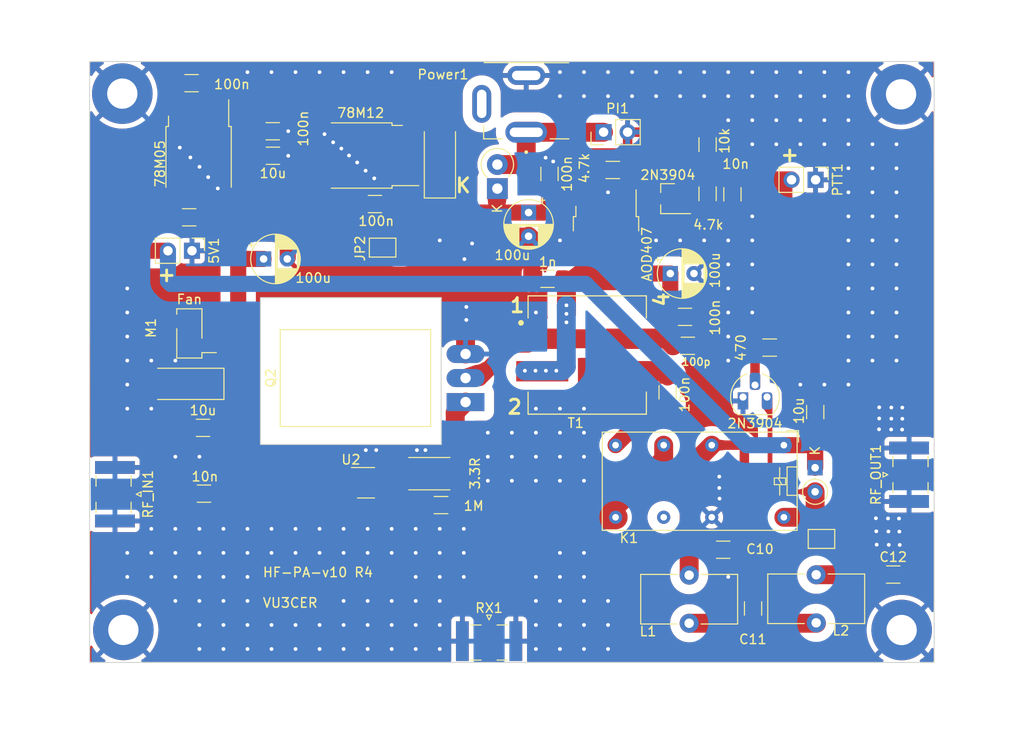
<source format=kicad_pcb>
(kicad_pcb (version 20221018) (generator pcbnew)
  (layers (0 "F.Cu" signal) (31 "B.Cu" signal) (35 "F.Paste" user) (37 "F.SilkS" user "F.Silkscreen") (38 "B.Mask" user) (39 "F.Mask" user) (44 "Edge.Cuts" user))
  (net 0 "")
  (net 1 "GND")
  (net 2 "+VDC")
  (net 3 "Net-(C7-Pad2)")
  (net 4 "PTT")
  (net 5 "/DRAIN")
  (net 6 "Net-(Q2-G)")
  (net 7 "Net-(Q3-G)")
  (net 8 "Net-(Q4-B)")
  (net 9 "+5V")
  (net 10 "12V")
  (net 12 "Net-(U2-OUT)")
  (net 13 "Net-(Q3-D)")
  (net 14 "Net-(C11-Pad1)")
  (net 15 "Net-(JP1-B)")
  (net 16 "RF_OUT")
  (net 17 "Net-(D3-A)")
  (net 18 "LPF")
  (net 19 "RX")
  (net 21 "Net-(Q1-B)")
  (net 22 "Net-(RF_IN1-In)")
  (net 23 "Net-(U2-IN+)")
  (net 24 "Net-(D1-K)")
  (footprint "Resistor_SMD:R_2512_6332Metric_Pad1.40x3.35mm_HandSolder" (layer "F.Cu") (at 173.61 106.39 180)
    (fp_text reference "R3" hide)
    (fp_text value "3.3R")
  )
  (footprint "Capacitor_SMD:C_1206_3216Metric_Pad1.33x1.80mm_HandSolder" (layer "F.Cu") (at 157.0867 72.7964)
    (fp_text reference "C2" hide)
    (fp_text value "10u")
  )
  (footprint "Capacitor_SMD:C_1206_3216Metric_Pad1.33x1.80mm_HandSolder" (layer "F.Cu") (at 198.79 97.79 90)
    (fp_text reference "C7" hide)
    (fp_text value "100n")
  )
  (footprint "Package_TO_SOT_THT:TO-220-3_Horizontal_TabDown" (layer "F.Cu") (at 177.44 98.825 90)
    (fp_text reference "Q2")
    (fp_text value "IRF510")
  )
  (footprint "Diode_SMD:D_SMA_Handsoldering" (layer "F.Cu") (at 174.73 72.75 90)
    (fp_text reference "D1" hide)
    (fp_text value "1N4007" hide)
  )
  (footprint "Capacitor_THT:CP_Radial_D5.0mm_P2.50mm" (layer "F.Cu") (at 199.0744 85.2424)
    (fp_text reference "C5" hide)
    (fp_text value "100u")
  )
  (footprint "Resistor_SMD:R_1206_3216Metric_Pad1.30x1.75mm_HandSolder" (layer "F.Cu") (at 203.015 71.6175 90)
    (fp_text reference "R2" hide)
    (fp_text value "10k")
  )
  (footprint "Connector_PinHeader_2.54mm:PinHeader_1x02_P2.54mm_Vertical" (layer "F.Cu") (at 192.025 70.3 90)
    (fp_text reference "PI1")
    (fp_text value "VDC")
  )
  (footprint "Diode_THT:D_DO-41_SOD81_P2.54mm_Vertical_KathodeUp" (layer "F.Cu") (at 180.8 76.268234 90)
    (fp_text reference "D4" hide)
    (fp_text value "2A+ Schottky (1N5822 / SR2100)" hide)
  )
  (footprint "MountingHole:MountingHole_3.2mm_M3_Pad" (layer "F.Cu") (at 141.28 122.9)
    (fp_text reference "H3" hide)
    (fp_text value "MountingHole_Pad" hide)
  )
  (footprint "Capacitor_SMD:C_1206_3216Metric_Pad1.33x1.80mm_HandSolder" (layer "F.Cu") (at 186.1 85.8 180)
    (fp_text reference "C17" hide)
    (fp_text value "1n")
  )
  (footprint "Package_TO_SOT_SMD:SOT-23-5_HandSoldering" (layer "F.Cu") (at 166.925 107.35)
    (fp_text reference "U2")
    (fp_text value "UCC27517DBVR" hide)
  )
  (footprint "Connector_Coaxial:SMA_Samtec_SMA-J-P-X-ST-EM1_EdgeMount" (layer "F.Cu") (at 224.31 106.5 90)
    (fp_text reference "RF_OUT1")
    (fp_text value "SMA" hide)
  )
  (footprint "Capacitor_SMD:C_1206_3216Metric_Pad1.33x1.80mm_HandSolder" (layer "F.Cu") (at 205.64 76.8675 -90)
    (fp_text reference "C4" hide)
    (fp_text value "10n")
  )
  (footprint "Inductor_THT:L_Toroid_Vertical_L10.0mm_W5.0mm_P5.08mm" (layer "F.Cu") (at 214.49 122.15 180)
    (fp_text reference "L2")
    (fp_text value "360n" hide)
  )
  (footprint "Capacitor_THT:CP_Radial_D5.0mm_P2.50mm" (layer "F.Cu") (at 156.1 83.7)
    (fp_text reference "C20" hide)
    (fp_text value "100u")
  )
  (footprint "Resistor_SMD:R_1206_3216Metric_Pad1.30x1.75mm_HandSolder" (layer "F.Cu") (at 174.85 109.71 180)
    (fp_text reference "R1" hide)
    (fp_text value "1M")
  )
  (footprint "Capacitor_SMD:C_1206_3216Metric_Pad1.33x1.80mm_HandSolder" (layer "F.Cu") (at 186.309 74.7145 90)
    (fp_text reference "C14" hide)
    (fp_text value "100n")
  )
  (footprint "Connector_PinHeader_2.54mm:PinHeader_1x02_P2.54mm_Vertical" (layer "F.Cu") (at 214.4258 75.3364 -90)
    (fp_text reference "PTT1")
    (fp_text value "PTT" hide)
  )
  (footprint "Diode_THT:D_DO-35_SOD27_P2.54mm_Vertical_KathodeUp" (layer "F.Cu") (at 214.376 105.762315 -90)
    (fp_text reference "D3" hide)
    (fp_text value "1N4148" hide)
  )
  (footprint "footprints:XKB_DC-005-5A-2.0_Modded" (layer "F.Cu") (at 183.85 64.3125 -90)
    (fp_text reference "Power1")
    (fp_text value "DC-005 (Barrel Jack)" hide)
  )
  (footprint "Package_TO_SOT_SMD:TO-252-2" (layer "F.Cu") (at 192.28 81.7 -90)
    (fp_text reference "Q3" hide)
    (fp_text value "AOD407")
  )
  (footprint "Capacitor_THT:CP_Radial_D5.0mm_P2.50mm" (layer "F.Cu") (at 184.1 78.8 -90)
    (fp_text reference "C15" hide)
    (fp_text value "100u")
  )
  (footprint "Capacitor_SMD:C_1206_3216Metric_Pad1.33x1.80mm_HandSolder" (layer "F.Cu") (at 148.4884 65.1256)
    (fp_text reference "C9" hide)
    (fp_text value "100n")
  )
  (footprint "Connector_Coaxial:SMA_Samtec_SMA-J-P-X-ST-EM1_EdgeMount" (layer "F.Cu") (at 179.925 124.09)
    (fp_text reference "RX1")
    (fp_text value "SMA" hide)
  )
  (footprint "Capacitor_SMD:C_1206_3216Metric_Pad1.33x1.80mm_HandSolder" (layer "F.Cu") (at 149.6945 101.5492 180)
    (fp_text reference "C16" hide)
    (fp_text value "10u")
  )
  (footprint "MountingHole:MountingHole_3.2mm_M3_Pad" (layer "F.Cu") (at 223.52 122.91)
    (fp_text reference "H4" hide)
    (fp_text value "MountingHole_Pad" hide)
  )
  (footprint "Capacitor_SMD:C_1206_3216Metric_Pad1.33x1.80mm_HandSolder" (layer "F.Cu") (at 214.39 99.88 90)
    (fp_text reference "C13" hide)
    (fp_text value "10u")
  )
  (footprint "Capacitor_SMD:C_1206_3216Metric_Pad1.33x1.80mm_HandSolder" (layer "F.Cu") (at 157.0613 70.2056)
    (fp_text reference "C1" hide)
    (fp_text value "100n")
  )
  (footprint "Package_TO_SOT_SMD:TO-252-2" (layer "F.Cu") (at 149.231 73.014887 -90)
    (fp_text reference "U1" hide)
    (fp_text value "78M05")
  )
  (footprint "Resistor_SMD:R_1206_3216Metric_Pad1.30x1.75mm_HandSolder" (layer "F.Cu") (at 203.015 76.8175 90)
    (fp_text reference "R9" hide)
    (fp_text value "4.7k")
  )
  (footprint "Capacitor_SMD:C_1206_3216Metric_Pad1.33x1.80mm_HandSolder" (layer "F.Cu") (at 167.8625 77.9 180)
    (fp_text reference "C18" hide)
    (fp_text value "100n")
  )
  (footprint "footprints:IND_SRF1260A-4R7Y-Longer-Pads" (layer "F.Cu") (at 190.295 93.85)
    (fp_text reference "T1")
    (fp_text value "Bifilar XFMR" hide)
  )
  (footprint "Package_TO_SOT_SMD:SOT-23_Handsoldering" (layer "F.Cu") (at 198.82 77.33 180)
    (fp_text reference "Q4" hide)
    (fp_text value "2N3904")
  )
  (footprint "Connector_Coaxial:SMA_Samtec_SMA-J-P-X-ST-EM1_EdgeMount" (layer "F.Cu") (at 140.39 108.56 -90)
    (fp_text reference "RF_IN1")
    (fp_text value "SMA" hide)
  )
  (footprint "Package_TO_SOT_SMD:TO-252-2" (layer "F.Cu") (at 166.3586 72.772 180)
    (fp_text reference "U3" hide)
    (fp_text value "78M12")
  )
  (footprint "Diode_SMD:D_SMA_Handsoldering" (layer "F.Cu") (at 147.4 96.9 180)
    (fp_text reference "D2" hide)
    (fp_text value "M7 (1N4007)" hide)
  )
  (footprint "Capacitor_SMD:C_1206_3216Metric_Pad1.33x1.80mm_HandSolder" (layer "F.Cu") (at 200.93 92.88)
    (fp_text reference "C3" hide)
    (fp_text value "100p")
  )
  (footprint "Connector_PinHeader_2.54mm:PinHeader_1x02_P2.54mm_Vertical" (layer "F.Cu") (at 148.532 82.833887 -90)
    (fp_text reference "5V1")
    (fp_text value "5V")
  )
  (footprint "Capacitor_SMD:C_1206_3216Metric_Pad1.33x1.80mm_HandSolder" (layer "F.Cu") (at 200.63 89.82)
    (fp_text reference "C6" hide)
    (fp_text value "100n")
  )
  (footprint "Jumper:SolderJumper-2_P1.3mm_Open_TrianglePad1.0x1.5mm" (layer "F.Cu") (at 215.048 113.284)
    (fp_text reference "JP1" hide)
    (fp_text value "Jumper_2_Open" hide)
  )
  (footprint "MountingHole:MountingHole_3.2mm_M3_Pad" (layer "F.Cu") (at 141.17 66.23)
    (fp_text reference "H1" hide)
    (fp_text value "MountingHole_Pad" hide)
  )
  (footprint "Capacitor_SMD:C_1206_3216Metric_Pad1.33x1.80mm_HandSolder" (layer "F.Cu") (at 149.8 108.5)
    (fp_text reference "C19" hide)
    (fp_text value "10n")
  )
  (footprint "Capacitor_SMD:C_1206_3216Metric_Pad1.33x1.80mm_HandSolder" (layer "F.Cu") (at 204.67 114.427)
    (fp_text reference "C10")
    (fp_text value "120p" hide)
  )
  (footprint "Relay_THT:Relay_DPDT_Omron_G5V-2" (layer "F.Cu") (at 211.074 103.378 -90)
    (fp_text reference "K1")
    (fp_text value "Omron G5V-2 / OEN 46-05-2C" hide)
  )
  (footprint "Capacitor_SMD:C_1206_3216Metric_Pad1.33x1.80mm_HandSolder" (layer "F.Cu") (at 148.2344 79.2988)
    (fp_text reference "C8" hide)
    (fp_text value "10u")
  )
  (footprint "Inductor_THT:L_Toroid_Vertical_L10.0mm_W5.0mm_P5.08mm" (layer "F.Cu") (at 201.0675 117.115)
    (fp_text reference "L1")
    (fp_text value "360n" hide)
  )
  (footprint "Capacitor_SMD:C_1206_3216Metric_Pad1.33x1.80mm_HandSolder" (layer "F.Cu") (at 207.82 120.6325 90)
    (fp_text reference "C11")
    (fp_text value "200p" hide)
  )
  (footprint "MountingHole:MountingHole_3.2mm_M3_Pad" (layer "F.Cu") (at 223.457056 66.302944)
    (fp_text reference "H2" hide)
    (fp_text value "MountingHole_Pad" hide)
  )
  (footprint "Resistor_SMD:R_1206_3216Metric_Pad1.30x1.75mm_HandSolder" (layer "F.Cu") (at 193 74.3 180)
    (fp_text reference "R8" hide)
    (fp_text value "4.7k")
  )
  (footprint "Capacitor_SMD:C_1206_3216Metric_Pad1.33x1.80mm_HandSolder" (layer "F.Cu") (at 222.6275 117.05)
    (fp_text reference "C12")
    (fp_text value "120p" hide)
  )
  (footprint "Jumper:SolderJumper-2_P1.3mm_Open_TrianglePad1.0x1.5mm" (layer "F.Cu") (at 168.675 82.5)
    (fp_text reference "JP2")
    (fp_text value "Jumper_2_Open" hide)
  )
  (footprint "Connector_PinHeader_2.54mm:PinHeader_1x02_P2.54mm_Vertical_SMD_Pin1Left" (layer "F.Cu") (at 148.255 91.57 180)
    (fp_text reference "M1")
    (fp_text value "Fan")
  )
  (footprint "Resistor_SMD:R_1206_3216Metric_Pad1.30x1.75mm_HandSolder" (layer "F.Cu") (at 209.5754 93.0656 180)
    (fp_text reference "R4" hide)
    (fp_text value "470")
  )
  (footprint "Package_TO_SOT_THT:TO-92_HandSolder" (layer "F.Cu") (at 206.756 98.298)
    (fp_text reference "Q1" hide)
    (fp_text value "2N3904")
  )
  (gr_rect (start 137.713 62.835) (end 226.958 126.336) (stroke (width 0.1)) (fill none) (layer "Edge.Cuts"))
  (gr_rect (start 155.765 87.8) (end 174.865 103.3) (stroke (width 0.1)) (fill none) (layer "Edge.Cuts"))
  (gr_text "+" (at 144.73 86.21) (layer "F.SilkS") (effects (font (size 1.5 1.5) (thickness 0.3) bold) (justify left bottom)))
  (gr_text "K" (at 176.24 76.82) (layer "F.SilkS") (effects (font (size 1.5 1.5) (thickness 0.3) bold) (justify left bottom)))
  (gr_text "2" (at 181.72 100.22) (layer "F.SilkS") (effects (font (size 1.5 1.5) (thickness 0.3) bold) (justify left bottom)))
  (gr_text "4" (at 199.04 88.9 90) (layer "F.SilkS") (effects (font (size 1.5 1.5) (thickness 0.3) bold) (justify left bottom)))
  (gr_text "1" (at 181.99 89.49) (layer "F.SilkS") (effects (font (size 1.5 1.5) (thickness 0.3) bold) (justify left bottom)))
  (gr_text "+" (at 210.57 73.53) (layer "F.SilkS") (effects (font (size 1.5 1.5) (thickness 0.3) bold) (justify left bottom)))
  (gr_text "HF-PA-v10 R4\n\nVU3CER" (at 155.9306 120.6246) (layer "F.SilkS") (effects (font (size 1 1)) (justify left bottom)))
  (segment (start 184.5375 81.7375) (end 184.1 81.3) (width 2) (layer "F.Cu") (net 1))
  (segment (start 207.825 117.413641) (end 207.825 119.065) (width 1.5) (layer "F.Cu") (net 1))
  (segment (start 158.6492 78.5) (end 158.6492 83.5867) (width 1.7) (layer "F.Cu") (net 1))
  (segment (start 206.94632 115.29232) (end 206.081 114.427) (width 1.5) (layer "F.Cu") (net 1))
  (segment (start 184.5375 85.8) (end 184.5375 81.7375) (width 2) (layer "F.Cu") (net 1))
  (segment (start 177.44 90.0982) (end 177.44 88.7686) (width 2) (layer "F.Cu") (net 1))
  (segment (start 194.5 72.5) (end 194.565 72.435) (width 1) (layer "F.Cu") (net 1))
  (segment (start 173.3 109.71) (end 169.59 109.71) (width 1) (layer "F.Cu") (net 1))
  (segment (start 169.59 109.71) (end 168.18 108.3) (width 1) (layer "F.Cu") (net 1))
  (segment (start 177.44 82.7068) (end 178.0794 82.0674) (width 2) (layer "F.Cu") (net 1))
  (segment (start 196.21 70.3) (end 194.565 70.3) (width 1) (layer "F.Cu") (net 1))
  (segment (start 186.461 73) (end 185.9 73) (width 1) (layer "F.Cu") (net 1))
  (segment (start 186.7 73.4) (end 186.7 72.761) (width 1) (layer "F.Cu") (net 1))
  (segment (start 186.061 73.4) (end 186.7 73.4) (width 1) (layer "F.Cu") (net 1))
  (segment (start 186.961 72.5) (end 194.5 72.5) (width 1) (layer "F.Cu") (net 1))
  (segment (start 177.44 83.5958) (end 177.44 82.7068) (width 2) (layer "F.Cu") (net 1))
  (segment (start 196.21 70.3) (end 198.882 70.3) (width 0.75) (layer "F.Cu") (net 1))
  (segment (start 177.44 93.745) (end 177.44 90.1402) (width 2) (layer "F.Cu") (net 1))
  (segment (start 199.895 70.2255) (end 199.877 70.2075) (width 0.75) (layer "F.Cu") (net 1))
  (segment (start 195.58 70.3) (end 202.7825 70.3) (width 1) (layer "F.Cu") (net 1))
  (segment (start 200.32 76.38) (end 200.32 70.6505) (width 1) (layer "F.Cu") (net 1))
  (segment (start 199.877 70.2075) (end 202.145 70.2075) (width 0.75) (layer "F.Cu") (net 1))
  (segment (start 186.7 72.761) (end 186.961 72.5) (width 1) (layer "F.Cu") (net 1))
  (segment (start 194.565 72.435) (end 194.565 70.3) (width 1) (layer "F.Cu") (net 1))
  (segment (start 207.825 119.065) (end 207.82 119.07) (width 1.5) (layer "F.Cu") (net 1))
  (segment (start 167.23 107.35) (end 168.18 108.3) (width 0.5) (layer "F.Cu") (net 1))
  (segment (start 165.67 107.35) (end 167.23 107.35) (width 0.5) (layer "F.Cu") (net 1))
  (segment (start 177.44 88.7266) (end 177.44 83.841) (width 2) (layer "F.Cu") (net 1))
  (segment (start 158.6492 72.7964) (end 158.6492 78.5) (width 1.7) (layer "F.Cu") (net 1))
  (segment (start 178.7544 81.3924) (end 183.896 81.3924) (width 2) (layer "F.Cu") (net 1))
  (segment (start 178.1302 82.0166) (end 178.7544 81.3924) (width 2) (layer "F.Cu") (net 1))
  (segment (start 202.7825 70.3) (end 203.015 70.0675) (width 1) (layer "F.Cu") (net 1))
  (segment (start 195.58 70.3) (end 196.21 70.3) (width 0.75) (layer "F.Cu") (net 1))
  (segment (start 194.565 70.3) (end 195.58 70.3) (width 0.75) (layer "F.Cu") (net 1))
  (via (at 156.9339 122.3775) (size 0.8) (drill 0.4) (layers "F.Cu" "B.Cu") (net 1))
  (via (at 205.1939 69.0375) (size 0.8) (drill 0.4) (layers "F.Cu" "B.Cu") (net 1))
  (via (at 205.1939 63.9575) (size 0.8) (drill 0.4) (layers "F.Cu" "B.Cu") (net 1))
  (via (at 167.0939 119.8375) (size 0.8) (drill 0.4) (layers "F.Cu" "B.Cu") (net 1))
  (via (at 187.4139 102.0575) (size 0.8) (drill 0.4) (layers "F.Cu" "B.Cu") (net 1))
  (via (at 162.0139 124.9175) (size 0.8) (drill 0.4) (layers "F.Cu" "B.Cu") (net 1))
  (via (at 174.7139 117.2975) (size 0.8) (drill 0.4) (layers "F.Cu" "B.Cu") (net 1))
  (via (at 182.3339 107.1375) (size 0.8) (drill 0.4) (layers "F.Cu" "B.Cu") (net 1))
  (via (at 187.4139 122.3775) (size 0.8) (drill 0.4) (layers "F.Cu" "B.Cu") (net 1))
  (via (at 215.3539 69.0375) (size 0.8) (drill 0.4) (layers "F.Cu" "B.Cu") (net 1))
  (via (at 159.4739 114.7575) (size 0.8) (drill 0.4) (layers "F.Cu" "B.Cu") (net 1))
  (via (at 187.4139 104.5975) (size 0.8) (drill 0.4) (layers "F.Cu" "B.Cu") (net 1))
  (via (at 177.5206 88.773) (size 0.8) (drill 0.4) (layers "F.Cu" "B.Cu") (net 1))
  (via (at 184.8739 89.3575) (size 0.8) (drill 0.4) (layers "F.Cu" "B.Cu") (net 1))
  (via (at 162.5346 70.5104) (size 0.8) (drill 0.4) (layers "F.Cu" "B.Cu") (net 1))
  (via (at 200.1139 63.9575) (size 0.8) (drill 0.4) (layers "F.Cu" "B.Cu") (net 1))
  (via (at 189.9539 119.8375) (size 0.8) (drill 0.4) (layers "F.Cu" "B.Cu") (net 1))
  (via (at 222.43 99.4) (size 0.8) (drill 0.4) (layers "F.Cu" "B.Cu") (net 1))
  (via (at 146.7739 117.2975) (size 0.8) (drill 0.4) (layers "F.Cu" "B.Cu") (net 1))
  (via (at 187.4139 124.9175) (size 0.8) (drill 0.4) (layers "F.Cu" "B.Cu") (net 1))
  (via (at 223.59 100.59) (size 0.8) (drill 0.4) (layers "F.Cu" "B.Cu") (net 1))
  (via (at 215.3539 66.4975) (size 0.8) (drill 0.4) (layers "F.Cu" "B.Cu") (net 1))
  (via (at 222.12 112.5) (size 0.8) (drill 0.4) (layers "F.Cu" "B.Cu") (net 1))
  (via (at 223.57 101.73) (size 0.8) (drill 0.4) (layers "F.Cu" "B.Cu") (net 1))
  (via (at 204.275 109.025) (size 0.8) (drill 0.4) (layers "F.Cu" "B.Cu") (net 1))
  (via (at 144.2339 114.7575) (size 0.8) (drill 0.4) (layers "F.Cu" "B.Cu") (net 1))
  (via (at 202.6539 63.9575) (size 0.8) (drill 0.4) (layers "F.Cu" "B.Cu") (net 1))
  (via (at 207.7339 69.0375) (size 0.8) (drill 0.4) (layers "F.Cu" "B.Cu") (net 1))
  (via (at 149.3139 114.7575) (size 0.8) (drill 0.4) (layers "F.Cu" "B.Cu") (net 1))
  (via (at 187.4139 63.9575) (size 0.8) (drill 0.4) (layers "F.Cu" "B.Cu") (net 1))
  (via (at 223.28 112.51) (size 0.8) (drill 0.4) (layers "F.Cu" "B.Cu") (net 1))
  (via (at 222.9739 81.7375) (size 0.8) (drill 0.4) (layers "F.Cu" "B.Cu") (net 1))
  (via (at 184.8739 99.5175) (size 0.8) (drill 0.4) (layers "F.Cu" "B.Cu") (net 1))
  (via (at 154.3939 117.2975) (size 0.8) (drill 0.4) (layers "F.Cu" "B.Cu") (net 1))
  (via (at 217.8939 91.8975) (size 0.8) (drill 0.4) (layers "F.Cu" "B.Cu") (net 1))
  (via (at 221.15 99.38) (size 0.8) (drill 0.4) (layers "F.Cu" "B.Cu") (net 1))
  (via (at 187.4139 117.2975) (size 0.8) (drill 0.4) (layers "F.Cu" "B.Cu") (net 1))
  (via (at 177.2539 114.7575) (size 0.8) (drill 0.4) (layers "F.Cu" "B.Cu") (net 1))
  (via (at 217.8939 79.1975) (size 0.8) (drill 0.4) (layers "F.Cu" "B.Cu") (net 1))
  (via (at 187.4139 107.1375) (size 0.8) (drill 0.4) (layers "F.Cu" "B.Cu") (net 1))
  (via (at 154.3939 124.9175) (size 0.8) (drill 0.4) (layers "F.Cu" "B.Cu") (net 1))
  (via (at 151.8539 114.7575) (size 0.8) (drill 0.4) (layers "F.Cu" "B.Cu") (net 1))
  (via (at 141.6939 91.8975) (size 0.8) (drill 0.4) (layers "F.Cu" "B.Cu") (net 1))
  (via (at 222.9739 71.5775) (size 0.8) (drill 0.4) (layers "F.Cu" "B.Cu") (net 1))
  (via (at 207.7339 66.4975) (size 0.8) (drill 0.4) (layers "F.Cu" "B.Cu") (net 1))
  (via (at 192.4939 122.3775) (size 0.8) (drill 0.4) (layers "F.Cu" "B.Cu") (net 1))
  (via (at 217.8939 84.2775) (size 0.8) (drill 0.4) (layers "F.Cu" "B.Cu") (net 1))
  (via (at 217.8939 71.5775) (size 0.8) (drill 0.4) (layers "F.Cu" "B.Cu") (net 1))
  (via (at 217.8939 94.4375) (size 0.8) (drill 0.4) (layers "F.Cu" "B.Cu") (net 1))
  (via (at 154.3939 119.8375) (size 0.8) (drill 0.4) (layers "F.Cu" "B.Cu") (net 1))
  (via (at 184.8739 104.5975) (size 0.8) (drill 0.4) (layers "F.Cu" "B.Cu") (net 1))
  (via (at 174.7139 119.8375) (size 0.8) (drill 0.4) (layers "F.Cu" "B.Cu") (net 1))
  (via (at 147.2438 71.9328) (size 0.8) (drill 0.4) (layers "F.Cu" "B.Cu") (net 1))
  (via (at 207.7339 79.1975) (size 0.8) (drill 0.4) (layers "F.Cu" "B.Cu") (net 1))
  (via (at 212.8139 96.9775) (size 0.8) (drill 0.4) (layers "F.Cu" "B.Cu") (net 1))
  (via (at 222.41 101.72) (size 0.8) (drill 0.4) (layers "F.Cu" "B.Cu") (net 1))
  (via (at 174.7139 112.2175) (size 0.8) (drill 0.4) (layers "F.Cu" "B.Cu") (net 1))
  (via (at 144.2339 99.5175) (size 0.8) (drill 0.4) (layers "F.Cu" "B.Cu") (net 1))
  (via (at 166.9 103.9) (size 0.8) (drill 0.4) (layers "F.Cu" "B.Cu") (net 1))
  (via (at 217.8939 81.7375) (size 0.8) (drill 0.4) (layers "F.Cu" "B.Cu") (net 1))
  (via (at 215.3539 63.9575) (size 0.8) (drill 0.4) (layers "F.Cu" "B.Cu") (net 1))
  (via (at 158.7 72.8) (size 0.8) (drill 0.4) (layers "F.Cu" "B.Cu") (net 1))
  (via (at 195.0339 66.4975) (size 0.8) (drill 0.4) (layers "F.Cu" "B.Cu") (net 1))
  (via (at 217.8939 69.0375) (size 0.8) (drill 0.4) (layers "F.Cu" "B.Cu") (net 1))
  (via (at 162.0139 122.3775) (size 0.8) (drill 0.4) (layers "F.Cu" "B.Cu") (net 1))
  (via (at 189.9539 122.3775) (size 0.8) (drill 0.4) (layers "F.Cu" "B.Cu") (net 1))
  (via (at 189.9539 104.5975) (size 0.8) (drill 0.4) (layers "F.Cu" "B.Cu") (net 1))
  (via (at 164.3126 72.0344) (size 0.8) (drill 0.4) (layers "F.Cu" "B.Cu") (net 1))
  (via (at 174.7139 81.7375) (size 0.8) (drill 0.4) (layers "F.Cu" "B.Cu") (net 1))
  (via (at 165.1254 72.771) (size 0.8) (drill 0.4) (layers "F.Cu" "B.Cu") (net 1))
  (via (at 185.9 73) (size 0.8) (drill 0.4) (layers "F.Cu" "B.Cu") (net 1))
  (via (at 172.1739 117.2975) (size 0.8) (drill 0.4) (layers "F.Cu" "B.Cu") (net 1))
  (via (at 222.08 111.12) (size 0.8) (drill 0.4) (layers "F.Cu" "B.Cu") (net 1))
  (via (at 217.8939 86.8175) (size 0.8) (drill 0.4) (layers "F.Cu" "B.Cu") (net 1))
  (via (at 141.6939 114.7575) (size 0.8) (drill 0.4) (layers "F.Cu" "B.Cu") (net 1))
  (via (at 156.9339 112.2175) (size 0.8) (drill 0.4) (layers "F.Cu" "B.Cu") (net 1))
  (via (at 222.9739 86.8175) (size 0.8) (drill 0.4) (layers "F.Cu" "B.Cu") (net 1))
  (via (at 223.59 99.41) (size 0.8) (drill 0.4) (layers "F.Cu" "B.Cu") (net 1))
  (via (at 168 103.9) (size 0.8) (drill 0.4) (layers "F.Cu" "B.Cu") (net 1))
  (via (at 154.3939 112.2175) (size 0.8) (drill 0.4) (layers "F.Cu" "B.Cu") (net 1))
  (via (at 156.9339 63.9575) (size 0.8) (drill 0.4) (layers "F.Cu" "B.Cu") (net 1))
  (via (at 149.3139 119.8375) (size 0.8) (drill 0.4) (layers "F.Cu" "B.Cu") (net 1))
  (via (at 205.1939 117.2975) (size 0.8) (drill 0.4) (layers "F.Cu" "B.Cu") (net 1))
  (via (at 212.8139 66.4975) (size 0.8) (drill 0.4) (layers "F.Cu" "B.Cu") (net 1))
  (via (at 192.4939 66.4975) (size 0.8) (drill 0.4) (layers "F.Cu" "B.Cu") (net 1))
  (via (at 220.88 113.89) (size 0.8) (drill 0.4) (layers "F.Cu" "B.Cu") (net 1))
  (via (at 192.4939 119.8375) (size 0.8) (drill 0.4) (layers "F.Cu" "B.Cu") (net 1))
  (via (at 220.4339 74.1175) (size 0.8) (drill 0.4) (layers "F.Cu" "B.Cu") (net 1))
  (via (at 217.8939 66.4975) (size 0.8) (drill 0.4) (layers "F.Cu" "B.Cu") (net 1))
  (via (at 184.8739 107.1375) (size 0.8) (drill 0.4) (layers "F.Cu" "B.Cu") (net 1))
  (via (at 189.9539 107.1375) (size 0.8) (drill 0.4) (layers "F.Cu" "B.Cu") (net 1))
  (via (at 173.2 103.9) (size 0.8) (drill 0.4) (layers "F.Cu" "B.Cu") (net 1))
  (via (at 144.2339 112.2175) (size 0.8) (drill 0.4) (layers "F.Cu" "B.Cu") (net 1))
  (via (at 204.25 107.9) (size 0.8) (drill 0.4) (layers "F.Cu" "B.Cu") (net 1))
  (via (at 222.9739 79.1975) (size 0.8) (drill 0.4) (layers "F.Cu" "B.Cu") (net 1))
  (via (at 184.8739 117.2975) (size 0.8) (drill 0.4) (layers "F.Cu" "B.Cu") (net 1))
  (via (at 166.878 74.3712) (size 0.8) (drill 0.4) (layers "F.Cu" "B.Cu") (net 1))
  (via (at 169.6339 124.9175) (size 0.8) (drill 0.4) (layers "F.Cu" "B.Cu") (net 1))
  (via (at 222.9739 91.8975) (size 0.8) (drill 0.4) (layers "F.Cu" "B.Cu") (net 1))
  (via (at 212.8139 71.5775) (size 0.8) (drill 0.4) (layers "F.Cu" "B.Cu") (net 1))
  (via (at 210.2739 71.5775) (size 0.8) (drill 0.4) (layers "F.Cu" "B.Cu") (net 1))
  (via (at 149.3139 112.2175) (size 0.8) (drill 0.4) (layers "F.Cu" "B.Cu") (net 1))
  (via (at 141.6939 117.2975) (size 0.8) (drill 0.4) (layers "F.Cu" "B.Cu") (net 1))
  (via (at 189.9539 99.5175) (size 0.8) (drill 0.4) (layers "F.Cu" "B.Cu") (net 1))
  (via (at 189.9539 102.0575) (size 0.8) (drill 0.4) (layers "F.Cu" "B.Cu") (net 1))
  (via (at 162.0139 112.2175) (size 0.8) (drill 0.4) (layers "F.Cu" "B.Cu") (net 1))
  (via (at 174.7139 124.9175) (size 0.8) (drill 0.4) (layers "F.Cu" "B.Cu") (net 1))
  (via (at 154.3939 114.7575) (size 0.8) (drill 0.4) (layers "F.Cu" "B.Cu") (net 1))
  (via (at 177.2539 117.2975) (size 0.8) (drill 0.4) (layers "F.Cu" "B.Cu") (net 1))
  (via (at 149.3139 122.3775) (size 0.8) (drill 0.4) (layers "F.Cu" "B.Cu") (net 1))
  (via (at 223.32 113.92) (size 0.8) (drill 0.4) (layers "F.Cu" "B.Cu") (net 1))
  (via (at 167.0939 124.9175) (size 0.8) (drill 0.4) (layers "F.Cu" "B.Cu") (net 1))
  (via (at 154.3939 122.3775) (size 0.8) (drill 0.4) (layers "F.Cu" "B.Cu") (net 1))
  (via (at 174.7139 122.3775) (size 0.8) (drill 0.4) (layers "F.Cu" "B.Cu") (net 1))
  (via (at 217.8939 74.1175) (size 0.8) (drill 0.4) (layers "F.Cu" "B.Cu") (net 1))
  (via (at 184.8739 119.8375) (size 0.8) (drill 0.4) (layers "F.Cu" "B.Cu") (net 1))
  (via (at 197.5739 63.9575) (size 0.8) (drill 0.4) (layers "F.Cu" "B.Cu") (net 1))
  (via (at 149.3139 117.2975) (size 0.8) (drill 0.4) (layers "F.Cu" "B.Cu") (net 1))
  (via (at 169.6339 119.8375) (size 0.8) (drill 0.4) (layers "F.Cu" "B.Cu") (net 1))
  (via (at 197.5739 81.7375) (size 0.8) (drill 0.4) (layers "F.Cu" "B.Cu") (net 1))
  (via (at 221.13 101.7) (size 0.8) (drill 0.4) (layers "F.Cu" "B.Cu") (net 1))
  (via (at 172.1739 124.9175) (size 0.8) (drill 0.4) (layers "F.Cu" "B.Cu") (net 1))
  (via (at 197.5739 66.4975) (size 0.8) (drill 0.4) (layers "F.Cu" "B.Cu") (net 1))
  (via (at 167.0939 122.3775) (size 0.8) (drill 0.4) (layers "F.Cu" "B.Cu") (net 1))
  (via (at 162.0139 63.9575) (size 0.8) (drill 0.4) (layers "F.Cu" "B.Cu") (net 1))
  (via (at 141.6939 94.4375) (size 0.8) (drill 0.4) (layers "F.Cu" "B.Cu") (net 1))
  (via (at 151.8539 112.2175) (size 0.8) (drill 0.4) (layers "F.Cu" "B.Cu") (net 1))
  (via (at 205.1939 66.4975) (size 0.8) (drill 0.4) (layers "F.Cu" "B.Cu") (net 1))
  (via (at 187.4139 81.7375) (size 0.8) (drill 0.4) (layers "F.Cu" "B.Cu") (net 1))
  (via (at 167.7924 75.184) (size 0.8) (drill 0.4) (layers "F.Cu" "B.Cu") (net 1))
  (via (at 154.3939 63.9575) (size 0.8) (drill 0.4) (layers "F.Cu" "B.Cu") (net 1))
  (via (at 151.8539 122.3775) (size 0.8) (drill 0.4) (layers "F.Cu" "B.Cu") (net 1))
  (via (at 164.5539 119.8375) (size 0.8) (drill 0.4) (layers "F.Cu" "B.Cu") (net 1))
  (via (at 189.9539 63.9575) (size 0.8) (drill 0.4) (layers "F.Cu" "B.Cu") (net 1))
  (via (at 179.7939 107.1375) (size 0.8) (drill 0.4) (layers "F.Cu" "B.Cu") (net 1))
  (via (at 222.9739 89.3575) (size 0.8) (drill 0.4) (layers "F.Cu" "B.Cu") (net 1))
  (via (at 207.7339 89.3575) (size 0.8) (drill 0.4) (layers "F.Cu" "B.Cu") (net 1))
  (via (at 200.1139 81.7375) (size 0.8) (drill 0.4) (layers "F.Cu" "B.Cu") (net 1))
  (via (at 215.3539 71.5775) (size 0.8) (drill 0.4) (layers "F.Cu" "B.Cu") (net 1))
  (via (at 220.8 111.1) (size 0.8) (drill 0.4) (layers "F.Cu" "B.Cu") (net 1))
  (via (at 164.5539 114.7575) (size 0.8) (drill 0.4) (layers "F.Cu" "B.Cu") (net 1))
  (via (at 220.4339 94.4375) (size 0.8) (drill 0.4) (layers "F.Cu" "B.Cu") (net 1))
  (via (at 156.9339 124.9175) (size 0.8) (drill 0.4) (layers "F.Cu" "B.Cu") (net 1))
  (via (at 220.4339 79.1975) (size 0.8) (drill 0.4) (layers "F.Cu" "B.Cu") (net 1))
  (via (at 151.8539 124.9175) (size 0.8) (drill 0.4) (layers "F.Cu" "B.Cu") (net 1))
  (via (at 187.4139 114.7575) (size 0.8) (drill 0.4) (layers "F.Cu" "B.Cu") (net 1))
  (via (at 220.4339 89.3575) (size 0.8) (drill 0.4) (layers "F.Cu" "B.Cu") (net 1))
  (via (at 210.2739 63.9575) (size 0.8) (drill 0.4) (layers "F.Cu" "B.Cu") (net 1))
  (via (at 163.449 71.374) (size 0.8) (drill 0.4) (layers "F.Cu" "B.Cu") (net 1))
  (via (at 205.1939 89.3575) (size 0.8) (drill 0.4) (layers "F.Cu" "B.Cu") (net 1))
  (via (at 192.4939 76.6575) (size 0.8) (drill 0.4) (layers "F.Cu" "B.Cu") (net 1))
  (via (at 184.8739 122.3775) (size 0.8) (drill 0.4) (layers "F.Cu" "B.Cu") (net 1))
  (via (at 207.7339 81.7375) (size 0.8) (drill 0.4) (layers "F.Cu" "B.Cu") (net 1))
  (via (at 205.1939 84.2775) (size 0.8) (drill 0.4) (layers "F.Cu" "B.Cu") (net 1))
  (via (at 202.6539 66.4975) (size 0.8) (drill 0.4) (layers "F.Cu" "B.Cu") (net 1))
  (via (at 146.7739 104.5975) (size 0.8) (drill 0.4) (layers "F.Cu" "B.Cu") (net 1))
  (via (at 151.8539 117.2975) (size 0.8) (drill 0.4) (layers "F.Cu" "B.Cu") (net 1))
  (via (at 184.8739 102.0575) (size 0.8) (drill 0.4) (layers "F.Cu" "B.Cu") (net 1))
  (via (at 220.4339 84.2775) (size 0.8) (drill 0.4) (layers "F.Cu" "B.Cu") (net 1))
  (via (at 164.5539 122.3775) (size 0.8) (drill 0.4) (layers "F.Cu" "B.Cu") (net 1))
  (via (at 146.7739 112.2175) (size 0.8) (drill 0.4) (layers "F.Cu" "B.Cu") (net 1))
  (via (at 217.8939 76.6575) (size 0.8) (drill 0.4) (layers "F.Cu" "B.Cu") (net 1))
  (via (at 186.7 73.4) (size 0.8) (drill 0.4) (layers "F.Cu" "B.Cu") (net 1))
  (via (at 162.0139 114.7575) (size 0.8) (drill 0.4) (layers "F.Cu" "B.Cu") (net 1))
  (via (at 205.1939 94.4375) (size 0.8) (drill 0.4) (layers "F.Cu" "B.Cu") (net 1))
  (via (at 172.1739 114.7575) (size 0.8) (drill 0.4) (layers "F.Cu" "B.Cu") (net 1))
  (via (at 215.3539 96.9775) (size 0.8) (drill 0.4) (layers "F.Cu" "B.Cu") (net 1))
  (via (at 141.6939 86.8175) (size 0.8) (drill 0.4) (layers "F.Cu" "B.Cu") (net 1))
  (via (at 222.9739 94.4375) (size 0.8) (drill 0.4) (layers "F.Cu" "B.Cu") (net 1))
  (via (at 177.5206 90.1446) (size 0.8) (drill 0.4) (layers "F.Cu" "B.Cu") (net 1))
  (via (at 204.25 106.7) (size 0.8) (drill 0.4) (layers "F.Cu" "B.Cu") (net 1))
  (via (at 184.8739 124.9175) (size 0.8) (drill 0.4) (layers "F.Cu" "B.Cu") (net 1))
  (via (at 178.1302 82.0674) (size 0.8) (drill 0.4) (layers "F.Cu" "B.Cu") (net 1))
  (via (at 182.3339 102.0575) (size 0.8) (drill 0.4) (layers "F.Cu" "B.Cu") (net 1))
  (via (at 210.2739 69.0375) (size 0.8) (drill 0.4) (layers "F.Cu" "B.Cu") (net 1))
  (via (at 144.2339 117.2975) (size 0.8) (drill 0.4) (layers "F.Cu" "B.Cu") (net 1))
  (via (at 172.1739 122.3775) (size 0.8) (drill 0.4) (layers "F.Cu" "B.Cu") (net 1))
  (via (at 189.9539 117.2975) (size 0.8) (drill 0.4) (layers "F.Cu" "B.Cu") (net 1))
  (via (at 220.4339 81.7375) (size 0.8) (drill 0.4) (layers "F.Cu" "B.Cu") (net 1))
  (via (at 222.9739 74.1175) (size 0.8) (drill 0.4) (layers "F.Cu" "B.Cu") (net 1))
  (via (at 156.9339 114.7575) (size 0.8) (drill 0.4) (layers "F.Cu" "B.Cu") (net 1))
  (via (at 220.4339 76.6575) (size 0.8) (drill 0.4) (layers "F.Cu" "B.Cu") (net 1))
  (via (at 220.4339 71.5775) (size 0.8) (drill 0.4) (layers "F.Cu" "B.Cu") (net 1))
  (via (at 222.9739 84.2775) (size 0.8) (drill 0.4) (layers "F.Cu" "B.Cu") (net 1))
  (via (at 200.1139 66.4975) (size 0.8) (drill 0.4) (layers "F.Cu" "B.Cu") (net 1))
  (via (at 217.8939 63.9575) (size 0.8) (drill 0.4) (layers "F.Cu" "B.Cu") (net 1))
  (via (at 207.7339 84.2775) (size 0.8) (drill 0.4) (layers "F.Cu" "B.Cu") (net 1))
  (via (at 207.7339 86.8175) (size 0.8) (drill 0.4) (layers "F.Cu" "B.Cu") (net 1))
  (via (at 189.9539 114.7575) (size 0.8) (drill 0.4) (layers "F.Cu" "B.Cu") (net 1))
  (via (at 169.6339 63.9575) (size 0.8) (drill 0.4) (layers "F.Cu" "B.Cu") (net 1))
  (via (at 141.6939 99.5175) (size 0.8) (drill 0.4) (layers "F.Cu" "B.Cu") (net 1))
  (via (at 177.3174 83.7184) (size 0.8) (drill 0.4) (layers "F.Cu" "B.Cu") (net 1))
  (via (at 149.3266 73.9648) (size 0.8) (drill 0.4) (layers "F.Cu" "B.Cu") (net 1))
  (via (at 220.4339 91.8975) (size 0.8) (drill 0.4) (layers "F.Cu" "B.Cu") (net 1))
  (via (at 205.1939 86.8175) (size 0.8) (drill 0.4) (layers "F.Cu" "B.Cu") (net 1))
  (via (at 159.4739 112.2175) (size 0.8) (drill 0.4) (layers "F.Cu" "B.Cu") (net 1))
  (via (at 146.7739 114.7575) (size 0.8) (drill 0.4) (layers "F.Cu" "B.Cu") (net 1))
  (via (at 187.4139 119.8375) (size 0.8) (drill 0.4) (layers "F.Cu" "B.Cu") (net 1))
  (via (at 220.4339 86.8175) (size 0.8) (drill 0.4) (layers "F.Cu" "B.Cu") (net 1))
  (via (at 167.0939 114.7575) (size 0.8) (drill 0.4) (layers "F.Cu" "B.Cu") (net 1))
  (via (at 177.2539 112.2175) (size 0.8) (drill 0.4) (layers "F.Cu" "B.Cu") (net 1))
  (via (at 207.7339 63.9575) (size 0.8) (drill 0.4) (layers "F.Cu" "B.Cu") (net 1))
  (via (at 217.8939 96.9775) (size 0.8) (drill 0.4) (layers "F.Cu" "B.Cu") (net 1))
  (via (at 179.7939 102.0575) (size 0.8) (drill 0.4) (layers "F.Cu" "B.Cu") (net 1))
  (via (at 212.8139 63.9575) (size 0.8) (drill 0.4) (layers "F.Cu" "B.Cu") (net 1))
  (via (at 205.1939 81.7375) (size 0.8) (drill 0.4) (layers "F.Cu" "B.Cu") (net 1))
  (via (at 172.3 103.9) (size 0.8) (drill 0.4) (layers "F.Cu" "B.Cu") (net 1))
  (via (at 187.4139 99.5175) (size 0.8) (drill 0.4) (layers "F.Cu" "B.Cu") (net 1))
  (via (at 221.15 100.56) (size 0.8) (drill 0.4) (layers "F.Cu" "B.Cu") (net 1))
  (via (at 159.4739 63.9575) (size 0.8) (drill 0.4) (layers "F.Cu" "B.Cu") (net 1))
  (via (at 148.3614 72.9742) (size 0.8) (drill 0.4) (layers "F.Cu" "B.Cu") (net 1))
  (via (at 172.1739 119.8375) (size 0.8) (drill 0.4) (layers "F.Cu" "B.Cu") (net 1))
  (via (at 165.989 73.5076) (size 0.8) (drill 0.4) (layers "F.Cu" "B.Cu") (net 1))
  (via (at 146.7739 119.8375) (size 0.8) (drill 0.4) (layers "F.Cu" "B.Cu") (net 1))
  (via (at 149.3139 104.5975) (size 0.8) (drill 0.4) (layers "F.Cu" "B.Cu") (net 1))
  (via (at 174.7139 114.7575) (size 0.8) (drill 0.4) (layers "F.Cu" "B.Cu") (net 1))
  (via (at 164.5539 63.9575) (size 0.8) (drill 0.4) (layers "F.Cu" "B.Cu") (net 1))
  (via (at 144.2339 94.4375) (size 0.8) (drill 0.4) (layers "F.Cu" "B.Cu") (net 1))
  (via (at 182.3339 104.5975) (size 0.8) (drill 0.4) (layers "F.Cu" "B.Cu") (net 1))
  (via (at 167.0939 63.9575) (size 0.8) (drill 0.4) (layers "F.Cu" "B.Cu") (net 1))
  (via (at 207.7339 71.5775) (size 0.8) (drill 0.4) (layers "F.Cu" "B.Cu") (net 1))
  (via (at 222.16 113.91) (size 0.8) (drill 0.4) (layers "F.Cu" "B.Cu") (net 1))
  (via (at 192.4939 63.9575) (size 0.8) (drill 0.4) (layers "F.Cu" "B.Cu") (net 1))
  (via (at 169.6339 114.7575) (size 0.8) (drill 0.4) (layers "F.Cu" "B.Cu") (net 1))
  (via (at 210.2739 66.4975) (size 0.8) (drill 0.4) (layers "F.Cu" "B.Cu") (net 1))
  (via (at 150.241 75.057) (size 0.8) (drill 0.4) (layers "F.Cu" "B.Cu") (net 1))
  (via (at 167.0939 112.2175) (size 0.8) (drill 0.4) (layers "F.Cu" "B.Cu") (net 1))
  (via (at 189.9539 124.9175) (size 0.8) (drill 0.4) (layers "F.Cu" "B.Cu") (net 1))
  (via (at 146.7739 94.4375) (size 0.8) (drill 0.4) (layers "F.Cu" "B.Cu") (net 1))
  (via (at 159.4739 122.3775) (size 0.8) (drill 0.4) (layers "F.Cu" "B.Cu") (net 1))
  (via (at 164.5539 112.2175) (size 0.8) (drill 0.4) (layers "F.Cu" "B.Cu") (net 1))
  (via (at 195.0339 63.9575) (size 0.8) (drill 0.4) (layers "F.Cu" "B.Cu") (net 1))
  (via (at 220.84 112.48) (size 0.8) (drill 0.4) (layers "F.Cu" "B.Cu") (net 1))
  (via (at 141.6939 96.9775) (size 0.8) (drill 0.4) (layers "F.Cu" "B.Cu") (net 1))
  (via (at 223.24 111.13) (size 0.8) (drill 0.4) (layers "F.Cu" "B.Cu") (net 1))
  (via (at 164.5539 124.9175) (size 0.8) (drill 0.4) (layers "F.Cu" "B.Cu") (net 1))
  (via (at 159.4739 124.9175) (size 0.8) (drill 0.4) (layers "F.Cu" "B.Cu") (net 1))
  (via (at 141.6939 89.3575) (size 0.8) (drill 0.4) (layers "F.Cu" "B.Cu") (net 1))
  (via (at 222.9739 76.6575) (size 0.8) (drill 0.4) (layers "F.Cu" "B.Cu") (net 1))
  (via (at 149.3139 124.9175) (size 0.8) (drill 0.4) (layers "F.Cu" "B.Cu") (net 1))
  (via (at 179.7939 104.5975) (size 0.8) (drill 0.4) (layers "F.Cu" "B.Cu") (net 1))
  (via (at 189.9539 66.4975) (size 0.8) (drill 0.4) (layers "F.Cu" "B.Cu") (net 1))
  (via (at 212.8139 69.0375) (size 0.8) (drill 0.4) (layers "F.Cu" "B.Cu") (net 1))
  (via (at 151.257 76.2508) (size 0.8) (drill 0.4) (layers "F.Cu" "B.Cu") (net 1))
  (via (at 169.6339 122.3775) (size 0.8) (drill 0.4) (layers "F.Cu" "B.Cu") (net 1))
  (via (at 151.8539 119.8375) (size 0.8) (drill 0.4) (layers "F.Cu" "B.Cu") (net 1))
  (via (at 222.43 100.58) (size 0.8) (drill 0.4) (layers "F.Cu" "B.Cu") (net 1))
  (via (at 192.4939 124.9175) (size 0.8) (drill 0.4) (layers "F.Cu" "B.Cu") (net 1))
  (via (at 217.8939 89.3575) (size 0.8) (drill 0.4) (layers "F.Cu" "B.Cu") (net 1))
  (via (at 158.7 70.2) (size 0.8) (drill 0.4) (layers "F.Cu" "B.Cu") (net 1))
  (via (at 169.6339 112.2175) (size 0.8) (drill 0.4) (layers "F.Cu" "B.Cu") (net 1))
  (via (at 187.4139 66.4975) (size 0.8) (drill 0.4) (layers "F.Cu" "B.Cu") (net 1))
  (via (at 202.6539 81.7375) (size 0.8) (drill 0.4) (layers "F.Cu" "B.Cu") (net 1))
  (via (at 172.1739 112.2175) (size 0.8) (drill 0.4) (layers "F.Cu" "B.Cu") (net 1))
  (via (at 205.1939 91.8975) (size 0.8) (drill 0.4) (layers "F.Cu" "B.Cu") (net 1))
  (arc (start 207.825 117.413641) (mid 207.596638 116.26559) (end 206.94632 115.29232) (width 1.5) (layer "F.Cu") (net 1))
  (segment (start 162.2242 70.2) (end 162.5346 70.5104) (width 1.5) (layer "B.Cu") (net 1))
  (segment (start 163.547 72.8) (end 164.3126 72.0344) (width 1) (layer "B.Cu") (net 1))
  (segment (start 158.7 72.8) (end 163.547 72.8) (width 1) (layer "B.Cu") (net 1))
  (segment (start 158.7 70.2) (end 162.2242 70.2) (width 1.5) (layer "B.Cu") (net 1))
  (segment (start 183.071766 73.728234) (end 180.8 73.728234) (width 2) (layer "F.Cu") (net 2))
  (segment (start 183.85 70.3125) (end 183.85 72.95) (width 2) (layer "F.Cu") (net 2))
  (segment (start 183.85 72.95) (end 183.071766 73.728234) (width 2) (layer "F.Cu") (net 2))
  (segment (start 183.85 70.3125) (end 192.0125 70.3125) (width 2) (layer "F.Cu") (net 2))
  (segment (start 198.1275 95.565) (end 198.79 96.2275) (width 1.7) (layer "F.Cu") (net 3))
  (segment (start 195.045 95.565) (end 198.1275 95.565) (width 1.7) (layer "F.Cu") (net 3))
  (segment (start 210.35 75.3) (end 204.0375 75.3) (width 1.7) (layer "F.Cu") (net 4))
  (segment (start 205.6025 75.2675) (end 205.64 75.305) (width 1.7) (layer "F.Cu") (net 4))
  (segment (start 211.8504 75.3) (end 210.35 75.3) (width 1.7) (layer "F.Cu") (net 4))
  (segment (start 203.015 75.2675) (end 205.6025 75.2675) (width 1.7) (layer "F.Cu") (net 4))
  (segment (start 203.015 75.2675) (end 203.015 73.1675) (width 1) (layer "F.Cu") (net 4))
  (segment (start 211.8868 75.3364) (end 211.8504 75.3) (width 1.7) (layer "F.Cu") (net 4))
  (segment (start 211.1254 93.0656) (end 211.1254 76.0754) (width 1.7) (layer "F.Cu") (net 4))
  (segment (start 211.8858 75.3364) (end 203.0839 75.3364) (width 1.7) (layer "F.Cu") (net 4))
  (segment (start 203.0839 75.3364) (end 203.015 75.2675) (width 1.7) (layer "F.Cu") (net 4))
  (segment (start 195.045 92.135) (end 198.6225 92.135) (width 2) (layer "F.Cu") (net 5))
  (segment (start 195.045 92.135) (end 185.545 92.135) (width 2) (layer "F.Cu") (net 5))
  (segment (start 178.815 96.285) (end 177.44 96.285) (width 1.5) (layer "F.Cu") (net 5))
  (segment (start 177.44 96.285) (end 178.9 96.285) (width 1.7) (layer "F.Cu") (net 5))
  (segment (start 182.25 92.85) (end 178.815 96.285) (width 1.5) (layer "F.Cu") (net 5))
  (segment (start 198.6225 92.135) (end 199.3675 92.88) (width 2) (layer "F.Cu") (net 5))
  (segment (start 178.9 96.285) (end 183.05 92.135) (width 1.7) (layer "F.Cu") (net 5))
  (segment (start 183.05 92.135) (end 185.545 92.135) (width 1.7) (layer "F.Cu") (net 5))
  (segment (start 184.045 92.85) (end 182.25 92.85) (width 1.5) (layer "F.Cu") (net 5))
  (segment (start 176.35 105.39) (end 176.35 108.65) (width 2) (layer "F.Cu") (net 6))
  (segment (start 176.35 105.39) (end 176.35 99.915) (width 2) (layer "F.Cu") (net 6))
  (segment (start 176.35 99.915) (end 177.44 98.825) (width 2) (layer "F.Cu") (net 6))
  (segment (start 176.276 108.5) (end 176.276 105.464) (width 1) (layer "F.Cu") (net 6))
  (segment (start 194.73 77.33) (end 194.56 77.5) (width 1.7) (layer "F.Cu") (net 7))
  (segment (start 197.32 77.33) (end 194.73 77.33) (width 1.7) (layer "F.Cu") (net 7))
  (segment (start 194.55 74.3) (end 194.55 77.49) (width 1) (layer "F.Cu") (net 7))
  (segment (start 199.895 78.3075) (end 202.345 78.3075) (width 1) (layer "F.Cu") (net 8))
  (segment (start 200.32 78.28) (end 202.9275 78.28) (width 1) (layer "F.Cu") (net 8))
  (segment (start 145.992 82.833887) (end 143.193887 82.833887) (width 1.7) (layer "F.Cu") (net 9))
  (segment (start 214.376 105.762315) (end 214.376 101.4565) (width 1.7) (layer "F.Cu") (net 9))
  (segment (start 142.54 72.385887) (end 146.951 67.974887) (width 1.7) (layer "F.Cu") (net 9))
  (segment (start 214.2236 103.378) (end 211.074 103.378) (width 1.7) (layer "F.Cu") (net 9))
  (segment (start 214.376 101.4565) (end 214.39 101.4425) (width 1.7) (layer "F.Cu") (net 9))
  (segment (start 214.376 103.5304) (end 214.2236 103.378) (width 1.7) (layer "F.Cu") (net 9))
  (segment (start 142.6112 79.2988) (end 142.54 79.37) (width 1.7) (layer "F.Cu") (net 9))
  (segment (start 142.54 79.37) (end 142.54 72.385887) (width 1.7) (layer "F.Cu") (net 9))
  (segment (start 146.951 67.974887) (end 146.951 65.1507) (width 1.7) (layer "F.Cu") (net 9))
  (segment (start 146.6719 79.2988) (end 142.6112 79.2988) (width 1.7) (layer "F.Cu") (net 9))
  (segment (start 142.54 82.18) (end 142.54 79.37) (width 1.7) (layer "F.Cu") (net 9))
  (segment (start 214.376 105.762315) (end 214.376 103.5304) (width 1.7) (layer "F.Cu") (net 9))
  (segment (start 146.951 65.1507) (end 146.9259 65.1256) (width 1.7) (layer "F.Cu") (net 9))
  (segment (start 143.193887 82.833887) (end 142.54 82.18) (width 1.7) (layer "F.Cu") (net 9))
  (segment (start 145.992 82.833887) (end 145.992 86.048) (width 1.7) (layer "B.Cu") (net 9))
  (segment (start 190.119 86.3346) (end 207.1624 103.378) (width 1.7) (layer "B.Cu") (net 9))
  (segment (start 207.1624 103.378) (end 211.074 103.378) (width 1.7) (layer "B.Cu") (net 9))
  (segment (start 146.2786 86.3346) (end 190.119 86.3346) (width 1.7) (layer "B.Cu") (net 9))
  (segment (start 145.992 86.048) (end 146.2786 86.3346) (width 1.7) (layer "B.Cu") (net 9))
  (segment (start 153.276 92.84) (end 153.416 92.7) (width 1.7) (layer "F.Cu") (net 10))
  (segment (start 153.416 101.7778) (end 153.416 105.416) (width 1.7) (layer "F.Cu") (net 10))
  (segment (start 153.416 70.1548) (end 153.416 67.995) (width 1.7) (layer "F.Cu") (net 10))
  (segment (start 154.325 106.325) (end 165.575 106.325) (width 1) (layer "F.Cu") (net 10))
  (segment (start 149.91 92.84) (end 153.276 92.84) (width 1.7) (layer "F.Cu") (net 10))
  (segment (start 153.416 96.6) (end 153.416 92.7) (width 1.7) (layer "F.Cu") (net 10))
  (segment (start 153.416 83.7) (end 153.416 70.1548) (width 1.7) (layer "F.Cu") (net 10))
  (segment (start 168.529 67.995) (end 170.8404 67.995) (width 1.7) (layer "F.Cu") (net 10))
  (segment (start 155.448 70.1548) (end 155.4988 70.2056) (width 1.7) (layer "F.Cu") (net 10))
  (segment (start 174.37 67.995) (end 174.73 68.355) (width 1.7) (layer "F.Cu") (net 10))
  (segment (start 153.416 70.1548) (end 155.448 70.1548) (width 1.7) (layer "F.Cu") (net 10))
  (segment (start 151.257 101.5492) (end 153.1874 101.5492) (width 1.7) (layer "F.Cu") (net 10))
  (segment (start 153.416 67.995) (end 151.531113 67.995) (width 1.7) (layer "F.Cu") (net 10))
  (segment (start 171.196 68.3506) (end 170.8404 67.995) (width 1.7) (layer "F.Cu") (net 10))
  (segment (start 171.196 70.3072) (end 171.196 68.3506) (width 1.7) (layer "F.Cu") (net 10))
  (segment (start 168.529 67.995) (end 174.37 67.995) (width 1.7) (layer "F.Cu") (net 10))
  (segment (start 151.531113 67.995) (end 151.511 67.974887) (width 1.7) (layer "F.Cu") (net 10))
  (segment (start 160.5739 68.1689) (end 160.5739 78.781259) (width 1) (layer "F.Cu") (net 10))
  (segment (start 161.45258 80.90258) (end 162.171321 81.621321) (width 1) (layer "F.Cu") (net 10))
  (segment (start 153.116 96.9) (end 153.416 96.6) (width 1.7) (layer "F.Cu") (net 10))
  (segment (start 153.416 83.7) (end 156.1 83.7) (width 1.7) (layer "F.Cu") (net 10))
  (segment (start 155.4988 70.2056) (end 155.4988 72.771) (width 2) (layer "F.Cu") (net 10))
  (segment (start 154.005 106.005) (end 154.325 106.325) (width 1) (layer "F.Cu") (net 10))
  (segment (start 153.1874 101.5492) (end 153.416 101.7778) (width 1.7) (layer "F.Cu") (net 10))
  (segment (start 153.416 101.7778) (end 153.416 96.6) (width 1.7) (layer "F.Cu") (net 10))
  (segment (start 153.416 105.416) (end 154.325 106.325) (width 1.7) (layer "F.Cu") (net 10))
  (segment (start 155.4988 72.771) (end 155.5242 72.7964) (width 2) (layer "F.Cu") (net 10))
  (segment (start 160.4 67.995) (end 160.5739 68.1689) (width 1) (layer "F.Cu") (net 10))
  (segment (start 149.9 96.9) (end 153.116 96.9) (width 1.7) (layer "F.Cu") (net 10))
  (segment (start 153.416 67.995) (end 160.4 67.995) (width 1.7) (layer "F.Cu") (net 10))
  (segment (start 174.73 68.355) (end 174.73 70.25) (width 1.7) (layer "F.Cu") (net 10))
  (segment (start 153.416 92.7) (end 153.416 83.7) (width 1.7) (layer "F.Cu") (net 10))
  (segment (start 164.292641 82.5) (end 167.95 82.5) (width 1) (layer "F.Cu") (net 10))
  (segment (start 160.4 67.995) (end 168.529 67.995) (width 1.7) (layer "F.Cu") (net 10))
  (arc (start 160.5739 78.781259) (mid 160.802262 79.92931) (end 161.45258 80.90258) (width 1) (layer "F.Cu") (net 10))
  (arc (start 164.292641 82.5) (mid 163.144591 82.271639) (end 162.171321 81.621321) (width 1) (layer "F.Cu") (net 10))
  (segment (start 168.18 106.4) (end 170.25 106.4) (width 1) (layer "F.Cu") (net 12))
  (segment (start 188.1 88.5) (end 188.1 86.2375) (width 2) (layer "F.Cu") (net 13))
  (segment (start 199.0744 85.2424) (end 199.0744 89.6758) (width 1.7) (layer "F.Cu") (net 13))
  (segment (start 187.6625 85.8) (end 190.28 85.8) (width 1.7) (layer "F.Cu") (net 13))
  (segment (start 199.0744 85.2424) (end 193.7224 85.2424) (width 1.7) (layer "F.Cu") (net 13))
  (segment (start 188.1 89.5) (end 188.1 88.6) (width 2) (layer "F.Cu") (net 13))
  (segment (start 199.0744 89.6758) (end 199.0852 89.6866) (width 1.7) (layer "F.Cu") (net 13))
  (segment (start 188.1 88.6) (end 188.1 88.5) (width 2) (layer "F.Cu") (net 13))
  (via (at 183.71 95.51) (size 0.8) (drill 0.4) (layers "F.Cu" "B.Cu") (net 13))
  (via (at 187.03 95.51) (size 0.8) (drill 0.4) (layers "F.Cu" "B.Cu") (net 13))
  (via (at 185.93 95.51) (size 0.8) (drill 0.4) (layers "F.Cu" "B.Cu") (net 13))
  (via (at 188.1 90.4) (size 0.8) (drill 0.4) (layers "F.Cu" "B.Cu") (net 13))
  (via (at 184.83 95.51) (size 0.8) (drill 0.4) (layers "F.Cu" "B.Cu") (net 13))
  (via (at 188.1 89.5) (size 0.8) (drill 0.4) (layers "F.Cu" "B.Cu") (net 13))
  (via (at 188.1 88.6) (size 0.8) (drill 0.4) (layers "F.Cu" "B.Cu") (net 13))
  (segment (start 183.71 95.51) (end 187.69 95.51) (width 2) (layer "B.Cu") (net 13))
  (segment (start 188.0846 95.1154) (end 188.0846 88.6154) (width 2) (layer "B.Cu") (net 13))
  (segment (start 185.93 95.51) (end 184.83 95.51) (width 2) (layer "B.Cu") (net 13))
  (segment (start 184.83 95.51) (end 183.71 95.51) (width 2) (layer "B.Cu") (net 13))
  (segment (start 188.0846 88.6154) (end 188.1 88.6) (width 2) (layer "B.Cu") (net 13))
  (segment (start 187.69 95.51) (end 188.0846 95.1154) (width 2) (layer "B.Cu") (net 13))
  (segment (start 187.69 95.51) (end 187.03 95.51) (width 2) (layer "B.Cu") (net 13))
  (segment (start 201.0675 122.195) (end 214.52 122.195) (width 2) (layer "F.Cu") (net 14))
  (segment (start 217.858 106.5) (end 217.551 106.807) (width 1.7) (layer "F.Cu") (net 15))
  (segment (start 224.51 106.5) (end 217.858 106.5) (width 1.7) (layer "F.Cu") (net 15))
  (segment (start 214.49 117.07) (end 221.045 117.07) (width 2) (layer "F.Cu") (net 15))
  (segment (start 217.551 110.975) (end 217.551 112.125) (width 1.7) (layer "F.Cu") (net 15))
  (segment (start 216.123 113.157) (end 216.123 113.284) (width 1.2) (layer "F.Cu") (net 15))
  (segment (start 217.551 106.807) (end 217.551 110.975) (width 1.7) (layer "F.Cu") (net 15))
  (segment (start 215.9 113.157) (end 215.898 113.159) (width 0.75) (layer "F.Cu") (net 15))
  (segment (start 217.551 110.975) (end 217.551 117.0665) (width 1.7) (layer "F.Cu") (net 15))
  (segment (start 215.898 113.159) (end 215.898 113.284) (width 0.75) (layer "F.Cu") (net 15))
  (segment (start 217.551 112.125) (end 217.551 113.157) (width 1.7) (layer "F.Cu") (net 15))
  (segment (start 217.551 113.157) (end 216.123 113.157) (width 1.2) (layer "F.Cu") (net 15))
  (segment (start 198.79 99.3525) (end 197.3195 99.3525) (width 1.7) (layer "F.Cu") (net 16))
  (segment (start 197.3195 99.3525) (end 193.294 103.378) (width 1.7) (layer "F.Cu") (net 16))
  (segment (start 209.903893 107.948293) (end 209.965022 108.009422) (width 0.5) (layer "F.Cu") (net 17))
  (segment (start 210.672129 108.302315) (end 214.376 108.302315) (width 0.5) (layer "F.Cu") (net 17))
  (segment (start 213.868 110.998) (end 211.074 110.998) (width 2) (layer "F.Cu") (net 17))
  (segment (start 214.376 110.49) (end 213.868 110.998) (width 2) (layer "F.Cu") (net 17))
  (segment (start 209.611 98.613) (end 209.611 107.241186) (width 0.5) (layer "F.Cu") (net 17))
  (segment (start 214.376 108.302315) (end 214.376 110.49) (width 2) (layer "F.Cu") (net 17))
  (segment (start 209.296 98.298) (end 209.611 98.613) (width 0.5) (layer "F.Cu") (net 17))
  (arc (start 209.903893 107.948293) (mid 209.68712 107.62387) (end 209.611 107.241186) (width 0.5) (layer "F.Cu") (net 17))
  (arc (start 209.965022 108.009422) (mid 210.289445 108.226195) (end 210.672129 108.302315) (width 0.5) (layer "F.Cu") (net 17))
  (segment (start 214.323 113.284) (end 210.126641 113.284) (width 1) (layer "F.Cu") (net 18))
  (segment (start 201.0675 114.43) (end 201.0675 107.007141) (width 2) (layer "F.Cu") (net 18))
  (segment (start 206.9 103.678) (end 206.6 103.378) (width 1) (layer "F.Cu") (net 18))
  (segment (start 208.00532 112.40532) (end 207.778679 112.178679) (width 1) (layer "F.Cu") (net 18))
  (segment (start 203.454 103.378) (end 206.6 103.378) (width 1) (layer "F.Cu") (net 18))
  (segment (start 201.0675 117.115) (end 201.0675 114.43) (width 2) (layer "F.Cu") (net 18))
  (segment (start 203.1075 114.427) (end 201.0705 114.427) (width 1.5) (layer "F.Cu") (net 18))
  (segment (start 201.0705 114.427) (end 201.0675 114.43) (width 1.5) (layer "F.Cu") (net 18))
  (segment (start 206.9 110.057359) (end 206.9 103.678) (width 1) (layer "F.Cu") (net 18))
  (segment (start 201.94618 104.88582) (end 203.454 103.378) (width 2) (layer "F.Cu") (net 18))
  (arc (start 207.778679 112.178679) (mid 207.128361 111.205409) (end 206.9 110.057359) (width 1) (layer "F.Cu") (net 18))
  (arc (start 210.126641 113.284) (mid 208.97859 113.055638) (end 208.00532 112.40532) (width 1) (layer "F.Cu") (net 18))
  (arc (start 201.0675 107.007141) (mid 201.295862 105.85909) (end 201.94618 104.88582) (width 2) (layer "F.Cu") (net 18))
  (segment (start 193.294 109.93) (end 194.092 109.132) (width 2) (layer "F.Cu") (net 19))
  (segment (start 179.959 122.682) (end 179.959 118.684674) (width 2.54) (layer "F.Cu") (net 19))
  (segment (start 191.57 110.998) (end 193.294 110.998) (width 2.54) (layer "F.Cu") (net 19))
  (segment (start 193.294 110.998) (end 193.294 109.93) (width 2) (layer "F.Cu") (net 19))
  (segment (start 192.226 110.998) (end 191.57 110.998) (width 2) (layer "F.Cu") (net 19))
  (segment (start 194.092 109.132) (end 192.226 110.998) (width 2) (layer "F.Cu") (net 19))
  (segment (start 194.092 109.132) (end 198.374 104.85) (width 2) (layer "F.Cu") (net 19))
  (segment (start 198.374 104.85) (end 198.374 103.378) (width 2) (layer "F.Cu") (net 19))
  (segment (start 181.130573 115.856247) (end 184.817247 112.169573) (width 2.54) (layer "F.Cu") (net 19))
  (segment (start 187.645674 110.998) (end 191.57 110.998) (width 2.54) (layer "F.Cu") (net 19))
  (arc (start 184.817247 112.169573) (mid 186.11494 111.302482) (end 187.645674 110.998) (width 2.54) (layer "F.Cu") (net 19))
  (arc (start 179.959 118.684674) (mid 180.263482 117.15394) (end 181.130573 115.856247) (width 2.54) (layer "F.Cu") (net 19))
  (segment (start 208.026 97.028) (end 208.026 93.0662) (width 1) (layer "F.Cu") (net 21))
  (segment (start 140.19 108.56) (end 148.1775 108.56) (width 1.7) (layer "F.Cu") (net 22))
  (segment (start 151.4875 108.375) (end 165.575 108.375) (width 1) (layer "F.Cu") (net 23))
  (segment (start 174.73 75.25) (end 174.73 78.6384) (width 1.7) (layer "F.Cu") (net 24))
  (segment (start 186.309 76.277) (end 186.309 78.191) (width 1.7) (layer "F.Cu") (net 24))
  (segment (start 180.74 78.8) (end 171.644 78.8) (width 1.7) (layer "F.Cu") (net 24))
  (segment (start 169.425 77.9) (end 170.6608 77.9) (width 1.7) (layer "F.Cu") (net 24))
  (segment (start 190 77.5) (end 190 75.75) (width 2) (layer "F.Cu") (net 24))
  (segment (start 185.7 78.8) (end 187 77.5) (width 1.7) (layer "F.Cu") (net 24))
  (segment (start 171.3986 75.052) (end 171.3986 81.9014) (width 2) (layer "F.Cu") (net 24))
  (segment (start 170.8 82.5) (end 170.15 82.5) (width 2) (layer "F.Cu") (net 24))
  (segment (start 171.196 78.4352) (end 171.6024 78.8416) (width 1.7) (layer "F.Cu") (net 24))
  (segment (start 171.196 75.3872) (end 171.196 78.4352) (width 1.7) (layer "F.Cu") (net 24))
  (segment (start 180.74 78.8) (end 184.1 78.8) (width 1.7) (layer "F.Cu") (net 24))
  (segment (start 170.6608 77.9) (end 171.196 78.4352) (width 1.7) (layer "F.Cu") (net 24))
  (segment (start 180.74 78.8) (end 180.74 76.328234) (width 1.7) (layer "F.Cu") (net 24))
  (segment (start 171.3986 81.9014) (end 170.8 82.5) (width 2) (layer "F.Cu") (net 24))
  (segment (start 190 75.75) (end 191.45 74.3) (width 2) (layer "F.Cu") (net 24))
  (segment (start 171.644 78.8) (end 171.6024 78.8416) (width 1.7) (layer "F.Cu") (net 24))
  (segment (start 174.73 78.6384) (end 174.8916 78.8) (width 1.7) (layer "F.Cu") (net 24))
  (segment (start 174.8916 78.8) (end 180.74 78.8) (width 1.7) (layer "F.Cu") (net 24))
  (segment (start 187 77.5) (end 190 77.5) (width 2) (layer "F.Cu") (net 24))
  (segment (start 186.309 78.191) (end 185.7 78.8) (width 1.7) (layer "F.Cu") (net 24))
  (segment (start 184.1 78.8) (end 185.7 78.8) (width 1.7) (layer "F.Cu") (net 24))
  (zone (net 1) (net_name "GND") (layer "F.Cu") (connect_pads (clearance 1.016)) (min_thickness 0.254) (fill yes (thermal_gap 0.508) (thermal_bridge_width 0.508))
    (polygon (pts (xy 226.98 126.466) (xy 137.7046 126.373) (xy 137.7046 62.7) (xy 226.98 62.793)))
  )
  (zone (net 1) (net_name "GND") (layer "B.Cu") (connect_pads (clearance 1.016)) (min_thickness 0.254) (fill yes (thermal_gap 0.508) (thermal_bridge_width 0.508))
    (polygon (pts (xy 227.105 126.386) (xy 137.9078 126.2898) (xy 137.652114 62.783373) (xy 226.849314 62.869573)))
  )
)
</source>
